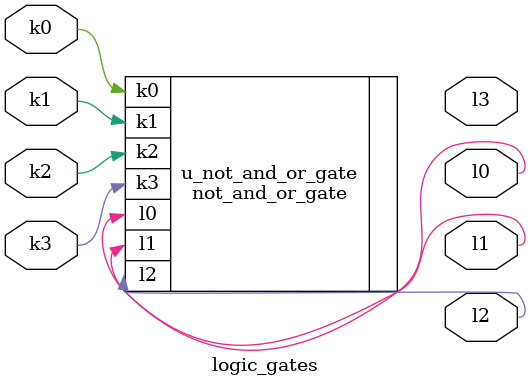
<source format=v>
module logic_gates (
	input k0,
	input k1,
	input k2,
	input k3,
	
	output l0,
	output l1,
	output l2,
	output l3
);


/**
 * K0: 非门 -> LED0
 * K1&K2: 与门 -> LED1
 * K2&K3: 或门 -> LED2
**/
not_and_or_gate u_not_and_or_gate (
	.k0(k0),
	.k1(k1),
	.k2(k2),
	.k3(k3),
	.l0(l0),
	.l1(l1),
	.l2(l2)
);

/**
 * K0&K1: 异或门->LED0
**/
//xor_gate u_xor_gate (
//	.k0(k0),
//	.k1(k1),
//	.l0(l0)
//);

endmodule

</source>
